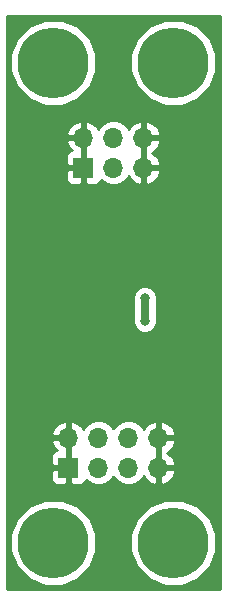
<source format=gbr>
G04 #@! TF.GenerationSoftware,KiCad,Pcbnew,(6.0.0-rc1-dev-205-gc0615c5ef)*
G04 #@! TF.CreationDate,2019-09-06T08:42:28+02:00*
G04 #@! TF.ProjectId,LT3483,4C54333438332E6B696361645F706362,v01*
G04 #@! TF.SameCoordinates,Original*
G04 #@! TF.FileFunction,Copper,L2,Bot,Signal*
G04 #@! TF.FilePolarity,Positive*
%FSLAX46Y46*%
G04 Gerber Fmt 4.6, Leading zero omitted, Abs format (unit mm)*
G04 Created by KiCad (PCBNEW (6.0.0-rc1-dev-205-gc0615c5ef)) date 09/06/19 08:42:28*
%MOMM*%
%LPD*%
G01*
G04 APERTURE LIST*
G04 #@! TA.AperFunction,ComponentPad*
%ADD10C,6.000000*%
G04 #@! TD*
G04 #@! TA.AperFunction,ComponentPad*
%ADD11R,1.700000X1.700000*%
G04 #@! TD*
G04 #@! TA.AperFunction,ComponentPad*
%ADD12O,1.700000X1.700000*%
G04 #@! TD*
G04 #@! TA.AperFunction,ViaPad*
%ADD13C,0.800000*%
G04 #@! TD*
G04 #@! TA.AperFunction,Conductor*
%ADD14C,0.700000*%
G04 #@! TD*
G04 #@! TA.AperFunction,Conductor*
%ADD15C,0.254000*%
G04 #@! TD*
G04 APERTURE END LIST*
D10*
G04 #@! TO.P,MH1,1*
G04 #@! TO.N,N/C*
X172720000Y-132080000D03*
G04 #@! TD*
G04 #@! TO.P,MH2,1*
G04 #@! TO.N,N/C*
X182880000Y-132080000D03*
G04 #@! TD*
G04 #@! TO.P,MH3,1*
G04 #@! TO.N,N/C*
X182880000Y-91440000D03*
G04 #@! TD*
G04 #@! TO.P,MH4,1*
G04 #@! TO.N,N/C*
X172720000Y-91440000D03*
G04 #@! TD*
D11*
G04 #@! TO.P,J1,1*
G04 #@! TO.N,GND*
X175260000Y-100330000D03*
D12*
G04 #@! TO.P,J1,2*
X175260000Y-97790000D03*
G04 #@! TO.P,J1,3*
G04 #@! TO.N,Net-(C1-Pad2)*
X177800000Y-100330000D03*
G04 #@! TO.P,J1,4*
X177800000Y-97790000D03*
G04 #@! TO.P,J1,5*
G04 #@! TO.N,GND*
X180340000Y-100330000D03*
G04 #@! TO.P,J1,6*
X180340000Y-97790000D03*
G04 #@! TD*
D11*
G04 #@! TO.P,J2,1*
G04 #@! TO.N,GND*
X173990000Y-125730000D03*
D12*
G04 #@! TO.P,J2,2*
X173990000Y-123190000D03*
G04 #@! TO.P,J2,3*
G04 #@! TO.N,Net-(C7-Pad1)*
X176530000Y-125730000D03*
G04 #@! TO.P,J2,4*
X176530000Y-123190000D03*
G04 #@! TO.P,J2,5*
X179070000Y-125730000D03*
G04 #@! TO.P,J2,6*
X179070000Y-123190000D03*
G04 #@! TO.P,J2,7*
G04 #@! TO.N,GND*
X181610000Y-125730000D03*
G04 #@! TO.P,J2,8*
X181610000Y-123190000D03*
G04 #@! TD*
D13*
G04 #@! TO.N,GND*
X173736000Y-105410000D03*
X175514000Y-103378000D03*
X182880000Y-105410000D03*
X181102000Y-103378000D03*
X182372000Y-100330000D03*
X182372000Y-97790000D03*
X173228000Y-97790000D03*
X175260000Y-95758000D03*
X180340000Y-95758000D03*
X173228000Y-100330000D03*
X183642000Y-123190000D03*
X183642000Y-125730000D03*
X181610000Y-127762000D03*
X173990000Y-127762000D03*
X171958000Y-125730000D03*
X171958000Y-123190000D03*
X171528500Y-115316000D03*
X169926000Y-117094000D03*
X169926000Y-119126000D03*
X171450000Y-120904000D03*
X181864000Y-121158000D03*
X183388000Y-119380000D03*
X183388000Y-117348000D03*
G04 #@! TO.N,Net-(C1-Pad2)*
X180467000Y-111379000D03*
X180464500Y-113281500D03*
G04 #@! TD*
D14*
G04 #@! TO.N,Net-(C1-Pad2)*
X180467000Y-113279000D02*
X180464500Y-113281500D01*
X180467000Y-111379000D02*
X180467000Y-113279000D01*
G04 #@! TD*
D15*
G04 #@! TO.N,GND*
G36*
X186817000Y-136017000D02*
X168783000Y-136017000D01*
X168783000Y-131356954D01*
X169085000Y-131356954D01*
X169085000Y-132803046D01*
X169638396Y-134139062D01*
X170660938Y-135161604D01*
X171996954Y-135715000D01*
X173443046Y-135715000D01*
X174779062Y-135161604D01*
X175801604Y-134139062D01*
X176355000Y-132803046D01*
X176355000Y-131356954D01*
X179245000Y-131356954D01*
X179245000Y-132803046D01*
X179798396Y-134139062D01*
X180820938Y-135161604D01*
X182156954Y-135715000D01*
X183603046Y-135715000D01*
X184939062Y-135161604D01*
X185961604Y-134139062D01*
X186515000Y-132803046D01*
X186515000Y-131356954D01*
X185961604Y-130020938D01*
X184939062Y-128998396D01*
X183603046Y-128445000D01*
X182156954Y-128445000D01*
X180820938Y-128998396D01*
X179798396Y-130020938D01*
X179245000Y-131356954D01*
X176355000Y-131356954D01*
X175801604Y-130020938D01*
X174779062Y-128998396D01*
X173443046Y-128445000D01*
X171996954Y-128445000D01*
X170660938Y-128998396D01*
X169638396Y-130020938D01*
X169085000Y-131356954D01*
X168783000Y-131356954D01*
X168783000Y-126015750D01*
X172505000Y-126015750D01*
X172505000Y-126706309D01*
X172601673Y-126939698D01*
X172780301Y-127118327D01*
X173013690Y-127215000D01*
X173704250Y-127215000D01*
X173863000Y-127056250D01*
X173863000Y-125857000D01*
X172663750Y-125857000D01*
X172505000Y-126015750D01*
X168783000Y-126015750D01*
X168783000Y-124753691D01*
X172505000Y-124753691D01*
X172505000Y-125444250D01*
X172663750Y-125603000D01*
X173863000Y-125603000D01*
X173863000Y-123317000D01*
X172669181Y-123317000D01*
X172548514Y-123546892D01*
X172794817Y-124071358D01*
X172994208Y-124253070D01*
X172780301Y-124341673D01*
X172601673Y-124520302D01*
X172505000Y-124753691D01*
X168783000Y-124753691D01*
X168783000Y-122833108D01*
X172548514Y-122833108D01*
X172669181Y-123063000D01*
X173863000Y-123063000D01*
X173863000Y-121869845D01*
X174117000Y-121869845D01*
X174117000Y-123063000D01*
X174137000Y-123063000D01*
X174137000Y-123317000D01*
X174117000Y-123317000D01*
X174117000Y-125603000D01*
X174137000Y-125603000D01*
X174137000Y-125857000D01*
X174117000Y-125857000D01*
X174117000Y-127056250D01*
X174275750Y-127215000D01*
X174966310Y-127215000D01*
X175199699Y-127118327D01*
X175378327Y-126939698D01*
X175444904Y-126778967D01*
X175459375Y-126800625D01*
X175950582Y-127128839D01*
X176383744Y-127215000D01*
X176676256Y-127215000D01*
X177109418Y-127128839D01*
X177600625Y-126800625D01*
X177800000Y-126502239D01*
X177999375Y-126800625D01*
X178490582Y-127128839D01*
X178923744Y-127215000D01*
X179216256Y-127215000D01*
X179649418Y-127128839D01*
X180140625Y-126800625D01*
X180353843Y-126481522D01*
X180414817Y-126611358D01*
X180843076Y-127001645D01*
X181253110Y-127171476D01*
X181483000Y-127050155D01*
X181483000Y-125857000D01*
X181737000Y-125857000D01*
X181737000Y-127050155D01*
X181966890Y-127171476D01*
X182376924Y-127001645D01*
X182805183Y-126611358D01*
X183051486Y-126086892D01*
X182930819Y-125857000D01*
X181737000Y-125857000D01*
X181483000Y-125857000D01*
X181463000Y-125857000D01*
X181463000Y-125603000D01*
X181483000Y-125603000D01*
X181483000Y-123317000D01*
X181737000Y-123317000D01*
X181737000Y-125603000D01*
X182930819Y-125603000D01*
X183051486Y-125373108D01*
X182805183Y-124848642D01*
X182378729Y-124460000D01*
X182805183Y-124071358D01*
X183051486Y-123546892D01*
X182930819Y-123317000D01*
X181737000Y-123317000D01*
X181483000Y-123317000D01*
X181463000Y-123317000D01*
X181463000Y-123063000D01*
X181483000Y-123063000D01*
X181483000Y-121869845D01*
X181737000Y-121869845D01*
X181737000Y-123063000D01*
X182930819Y-123063000D01*
X183051486Y-122833108D01*
X182805183Y-122308642D01*
X182376924Y-121918355D01*
X181966890Y-121748524D01*
X181737000Y-121869845D01*
X181483000Y-121869845D01*
X181253110Y-121748524D01*
X180843076Y-121918355D01*
X180414817Y-122308642D01*
X180353843Y-122438478D01*
X180140625Y-122119375D01*
X179649418Y-121791161D01*
X179216256Y-121705000D01*
X178923744Y-121705000D01*
X178490582Y-121791161D01*
X177999375Y-122119375D01*
X177800000Y-122417761D01*
X177600625Y-122119375D01*
X177109418Y-121791161D01*
X176676256Y-121705000D01*
X176383744Y-121705000D01*
X175950582Y-121791161D01*
X175459375Y-122119375D01*
X175246157Y-122438478D01*
X175185183Y-122308642D01*
X174756924Y-121918355D01*
X174346890Y-121748524D01*
X174117000Y-121869845D01*
X173863000Y-121869845D01*
X173633110Y-121748524D01*
X173223076Y-121918355D01*
X172794817Y-122308642D01*
X172548514Y-122833108D01*
X168783000Y-122833108D01*
X168783000Y-113075626D01*
X179429500Y-113075626D01*
X179429500Y-113487374D01*
X179587069Y-113867780D01*
X179878220Y-114158931D01*
X180258626Y-114316500D01*
X180670374Y-114316500D01*
X181050780Y-114158931D01*
X181341931Y-113867780D01*
X181499500Y-113487374D01*
X181499500Y-113075626D01*
X181452000Y-112960951D01*
X181452000Y-111705585D01*
X181502000Y-111584874D01*
X181502000Y-111173126D01*
X181344431Y-110792720D01*
X181053280Y-110501569D01*
X180672874Y-110344000D01*
X180261126Y-110344000D01*
X179880720Y-110501569D01*
X179589569Y-110792720D01*
X179432000Y-111173126D01*
X179432000Y-111584874D01*
X179482000Y-111705585D01*
X179482001Y-112948878D01*
X179429500Y-113075626D01*
X168783000Y-113075626D01*
X168783000Y-100615750D01*
X173775000Y-100615750D01*
X173775000Y-101306309D01*
X173871673Y-101539698D01*
X174050301Y-101718327D01*
X174283690Y-101815000D01*
X174974250Y-101815000D01*
X175133000Y-101656250D01*
X175133000Y-100457000D01*
X173933750Y-100457000D01*
X173775000Y-100615750D01*
X168783000Y-100615750D01*
X168783000Y-99353691D01*
X173775000Y-99353691D01*
X173775000Y-100044250D01*
X173933750Y-100203000D01*
X175133000Y-100203000D01*
X175133000Y-97917000D01*
X173939181Y-97917000D01*
X173818514Y-98146892D01*
X174064817Y-98671358D01*
X174264208Y-98853070D01*
X174050301Y-98941673D01*
X173871673Y-99120302D01*
X173775000Y-99353691D01*
X168783000Y-99353691D01*
X168783000Y-97433108D01*
X173818514Y-97433108D01*
X173939181Y-97663000D01*
X175133000Y-97663000D01*
X175133000Y-96469845D01*
X175387000Y-96469845D01*
X175387000Y-97663000D01*
X175407000Y-97663000D01*
X175407000Y-97917000D01*
X175387000Y-97917000D01*
X175387000Y-100203000D01*
X175407000Y-100203000D01*
X175407000Y-100457000D01*
X175387000Y-100457000D01*
X175387000Y-101656250D01*
X175545750Y-101815000D01*
X176236310Y-101815000D01*
X176469699Y-101718327D01*
X176648327Y-101539698D01*
X176714904Y-101378967D01*
X176729375Y-101400625D01*
X177220582Y-101728839D01*
X177653744Y-101815000D01*
X177946256Y-101815000D01*
X178379418Y-101728839D01*
X178870625Y-101400625D01*
X179083843Y-101081522D01*
X179144817Y-101211358D01*
X179573076Y-101601645D01*
X179983110Y-101771476D01*
X180213000Y-101650155D01*
X180213000Y-100457000D01*
X180467000Y-100457000D01*
X180467000Y-101650155D01*
X180696890Y-101771476D01*
X181106924Y-101601645D01*
X181535183Y-101211358D01*
X181781486Y-100686892D01*
X181660819Y-100457000D01*
X180467000Y-100457000D01*
X180213000Y-100457000D01*
X180193000Y-100457000D01*
X180193000Y-100203000D01*
X180213000Y-100203000D01*
X180213000Y-97917000D01*
X180467000Y-97917000D01*
X180467000Y-100203000D01*
X181660819Y-100203000D01*
X181781486Y-99973108D01*
X181535183Y-99448642D01*
X181108729Y-99060000D01*
X181535183Y-98671358D01*
X181781486Y-98146892D01*
X181660819Y-97917000D01*
X180467000Y-97917000D01*
X180213000Y-97917000D01*
X180193000Y-97917000D01*
X180193000Y-97663000D01*
X180213000Y-97663000D01*
X180213000Y-96469845D01*
X180467000Y-96469845D01*
X180467000Y-97663000D01*
X181660819Y-97663000D01*
X181781486Y-97433108D01*
X181535183Y-96908642D01*
X181106924Y-96518355D01*
X180696890Y-96348524D01*
X180467000Y-96469845D01*
X180213000Y-96469845D01*
X179983110Y-96348524D01*
X179573076Y-96518355D01*
X179144817Y-96908642D01*
X179083843Y-97038478D01*
X178870625Y-96719375D01*
X178379418Y-96391161D01*
X177946256Y-96305000D01*
X177653744Y-96305000D01*
X177220582Y-96391161D01*
X176729375Y-96719375D01*
X176516157Y-97038478D01*
X176455183Y-96908642D01*
X176026924Y-96518355D01*
X175616890Y-96348524D01*
X175387000Y-96469845D01*
X175133000Y-96469845D01*
X174903110Y-96348524D01*
X174493076Y-96518355D01*
X174064817Y-96908642D01*
X173818514Y-97433108D01*
X168783000Y-97433108D01*
X168783000Y-90716954D01*
X169085000Y-90716954D01*
X169085000Y-92163046D01*
X169638396Y-93499062D01*
X170660938Y-94521604D01*
X171996954Y-95075000D01*
X173443046Y-95075000D01*
X174779062Y-94521604D01*
X175801604Y-93499062D01*
X176355000Y-92163046D01*
X176355000Y-90716954D01*
X179245000Y-90716954D01*
X179245000Y-92163046D01*
X179798396Y-93499062D01*
X180820938Y-94521604D01*
X182156954Y-95075000D01*
X183603046Y-95075000D01*
X184939062Y-94521604D01*
X185961604Y-93499062D01*
X186515000Y-92163046D01*
X186515000Y-90716954D01*
X185961604Y-89380938D01*
X184939062Y-88358396D01*
X183603046Y-87805000D01*
X182156954Y-87805000D01*
X180820938Y-88358396D01*
X179798396Y-89380938D01*
X179245000Y-90716954D01*
X176355000Y-90716954D01*
X175801604Y-89380938D01*
X174779062Y-88358396D01*
X173443046Y-87805000D01*
X171996954Y-87805000D01*
X170660938Y-88358396D01*
X169638396Y-89380938D01*
X169085000Y-90716954D01*
X168783000Y-90716954D01*
X168783000Y-87503000D01*
X186817000Y-87503000D01*
X186817000Y-136017000D01*
X186817000Y-136017000D01*
G37*
X186817000Y-136017000D02*
X168783000Y-136017000D01*
X168783000Y-131356954D01*
X169085000Y-131356954D01*
X169085000Y-132803046D01*
X169638396Y-134139062D01*
X170660938Y-135161604D01*
X171996954Y-135715000D01*
X173443046Y-135715000D01*
X174779062Y-135161604D01*
X175801604Y-134139062D01*
X176355000Y-132803046D01*
X176355000Y-131356954D01*
X179245000Y-131356954D01*
X179245000Y-132803046D01*
X179798396Y-134139062D01*
X180820938Y-135161604D01*
X182156954Y-135715000D01*
X183603046Y-135715000D01*
X184939062Y-135161604D01*
X185961604Y-134139062D01*
X186515000Y-132803046D01*
X186515000Y-131356954D01*
X185961604Y-130020938D01*
X184939062Y-128998396D01*
X183603046Y-128445000D01*
X182156954Y-128445000D01*
X180820938Y-128998396D01*
X179798396Y-130020938D01*
X179245000Y-131356954D01*
X176355000Y-131356954D01*
X175801604Y-130020938D01*
X174779062Y-128998396D01*
X173443046Y-128445000D01*
X171996954Y-128445000D01*
X170660938Y-128998396D01*
X169638396Y-130020938D01*
X169085000Y-131356954D01*
X168783000Y-131356954D01*
X168783000Y-126015750D01*
X172505000Y-126015750D01*
X172505000Y-126706309D01*
X172601673Y-126939698D01*
X172780301Y-127118327D01*
X173013690Y-127215000D01*
X173704250Y-127215000D01*
X173863000Y-127056250D01*
X173863000Y-125857000D01*
X172663750Y-125857000D01*
X172505000Y-126015750D01*
X168783000Y-126015750D01*
X168783000Y-124753691D01*
X172505000Y-124753691D01*
X172505000Y-125444250D01*
X172663750Y-125603000D01*
X173863000Y-125603000D01*
X173863000Y-123317000D01*
X172669181Y-123317000D01*
X172548514Y-123546892D01*
X172794817Y-124071358D01*
X172994208Y-124253070D01*
X172780301Y-124341673D01*
X172601673Y-124520302D01*
X172505000Y-124753691D01*
X168783000Y-124753691D01*
X168783000Y-122833108D01*
X172548514Y-122833108D01*
X172669181Y-123063000D01*
X173863000Y-123063000D01*
X173863000Y-121869845D01*
X174117000Y-121869845D01*
X174117000Y-123063000D01*
X174137000Y-123063000D01*
X174137000Y-123317000D01*
X174117000Y-123317000D01*
X174117000Y-125603000D01*
X174137000Y-125603000D01*
X174137000Y-125857000D01*
X174117000Y-125857000D01*
X174117000Y-127056250D01*
X174275750Y-127215000D01*
X174966310Y-127215000D01*
X175199699Y-127118327D01*
X175378327Y-126939698D01*
X175444904Y-126778967D01*
X175459375Y-126800625D01*
X175950582Y-127128839D01*
X176383744Y-127215000D01*
X176676256Y-127215000D01*
X177109418Y-127128839D01*
X177600625Y-126800625D01*
X177800000Y-126502239D01*
X177999375Y-126800625D01*
X178490582Y-127128839D01*
X178923744Y-127215000D01*
X179216256Y-127215000D01*
X179649418Y-127128839D01*
X180140625Y-126800625D01*
X180353843Y-126481522D01*
X180414817Y-126611358D01*
X180843076Y-127001645D01*
X181253110Y-127171476D01*
X181483000Y-127050155D01*
X181483000Y-125857000D01*
X181737000Y-125857000D01*
X181737000Y-127050155D01*
X181966890Y-127171476D01*
X182376924Y-127001645D01*
X182805183Y-126611358D01*
X183051486Y-126086892D01*
X182930819Y-125857000D01*
X181737000Y-125857000D01*
X181483000Y-125857000D01*
X181463000Y-125857000D01*
X181463000Y-125603000D01*
X181483000Y-125603000D01*
X181483000Y-123317000D01*
X181737000Y-123317000D01*
X181737000Y-125603000D01*
X182930819Y-125603000D01*
X183051486Y-125373108D01*
X182805183Y-124848642D01*
X182378729Y-124460000D01*
X182805183Y-124071358D01*
X183051486Y-123546892D01*
X182930819Y-123317000D01*
X181737000Y-123317000D01*
X181483000Y-123317000D01*
X181463000Y-123317000D01*
X181463000Y-123063000D01*
X181483000Y-123063000D01*
X181483000Y-121869845D01*
X181737000Y-121869845D01*
X181737000Y-123063000D01*
X182930819Y-123063000D01*
X183051486Y-122833108D01*
X182805183Y-122308642D01*
X182376924Y-121918355D01*
X181966890Y-121748524D01*
X181737000Y-121869845D01*
X181483000Y-121869845D01*
X181253110Y-121748524D01*
X180843076Y-121918355D01*
X180414817Y-122308642D01*
X180353843Y-122438478D01*
X180140625Y-122119375D01*
X179649418Y-121791161D01*
X179216256Y-121705000D01*
X178923744Y-121705000D01*
X178490582Y-121791161D01*
X177999375Y-122119375D01*
X177800000Y-122417761D01*
X177600625Y-122119375D01*
X177109418Y-121791161D01*
X176676256Y-121705000D01*
X176383744Y-121705000D01*
X175950582Y-121791161D01*
X175459375Y-122119375D01*
X175246157Y-122438478D01*
X175185183Y-122308642D01*
X174756924Y-121918355D01*
X174346890Y-121748524D01*
X174117000Y-121869845D01*
X173863000Y-121869845D01*
X173633110Y-121748524D01*
X173223076Y-121918355D01*
X172794817Y-122308642D01*
X172548514Y-122833108D01*
X168783000Y-122833108D01*
X168783000Y-113075626D01*
X179429500Y-113075626D01*
X179429500Y-113487374D01*
X179587069Y-113867780D01*
X179878220Y-114158931D01*
X180258626Y-114316500D01*
X180670374Y-114316500D01*
X181050780Y-114158931D01*
X181341931Y-113867780D01*
X181499500Y-113487374D01*
X181499500Y-113075626D01*
X181452000Y-112960951D01*
X181452000Y-111705585D01*
X181502000Y-111584874D01*
X181502000Y-111173126D01*
X181344431Y-110792720D01*
X181053280Y-110501569D01*
X180672874Y-110344000D01*
X180261126Y-110344000D01*
X179880720Y-110501569D01*
X179589569Y-110792720D01*
X179432000Y-111173126D01*
X179432000Y-111584874D01*
X179482000Y-111705585D01*
X179482001Y-112948878D01*
X179429500Y-113075626D01*
X168783000Y-113075626D01*
X168783000Y-100615750D01*
X173775000Y-100615750D01*
X173775000Y-101306309D01*
X173871673Y-101539698D01*
X174050301Y-101718327D01*
X174283690Y-101815000D01*
X174974250Y-101815000D01*
X175133000Y-101656250D01*
X175133000Y-100457000D01*
X173933750Y-100457000D01*
X173775000Y-100615750D01*
X168783000Y-100615750D01*
X168783000Y-99353691D01*
X173775000Y-99353691D01*
X173775000Y-100044250D01*
X173933750Y-100203000D01*
X175133000Y-100203000D01*
X175133000Y-97917000D01*
X173939181Y-97917000D01*
X173818514Y-98146892D01*
X174064817Y-98671358D01*
X174264208Y-98853070D01*
X174050301Y-98941673D01*
X173871673Y-99120302D01*
X173775000Y-99353691D01*
X168783000Y-99353691D01*
X168783000Y-97433108D01*
X173818514Y-97433108D01*
X173939181Y-97663000D01*
X175133000Y-97663000D01*
X175133000Y-96469845D01*
X175387000Y-96469845D01*
X175387000Y-97663000D01*
X175407000Y-97663000D01*
X175407000Y-97917000D01*
X175387000Y-97917000D01*
X175387000Y-100203000D01*
X175407000Y-100203000D01*
X175407000Y-100457000D01*
X175387000Y-100457000D01*
X175387000Y-101656250D01*
X175545750Y-101815000D01*
X176236310Y-101815000D01*
X176469699Y-101718327D01*
X176648327Y-101539698D01*
X176714904Y-101378967D01*
X176729375Y-101400625D01*
X177220582Y-101728839D01*
X177653744Y-101815000D01*
X177946256Y-101815000D01*
X178379418Y-101728839D01*
X178870625Y-101400625D01*
X179083843Y-101081522D01*
X179144817Y-101211358D01*
X179573076Y-101601645D01*
X179983110Y-101771476D01*
X180213000Y-101650155D01*
X180213000Y-100457000D01*
X180467000Y-100457000D01*
X180467000Y-101650155D01*
X180696890Y-101771476D01*
X181106924Y-101601645D01*
X181535183Y-101211358D01*
X181781486Y-100686892D01*
X181660819Y-100457000D01*
X180467000Y-100457000D01*
X180213000Y-100457000D01*
X180193000Y-100457000D01*
X180193000Y-100203000D01*
X180213000Y-100203000D01*
X180213000Y-97917000D01*
X180467000Y-97917000D01*
X180467000Y-100203000D01*
X181660819Y-100203000D01*
X181781486Y-99973108D01*
X181535183Y-99448642D01*
X181108729Y-99060000D01*
X181535183Y-98671358D01*
X181781486Y-98146892D01*
X181660819Y-97917000D01*
X180467000Y-97917000D01*
X180213000Y-97917000D01*
X180193000Y-97917000D01*
X180193000Y-97663000D01*
X180213000Y-97663000D01*
X180213000Y-96469845D01*
X180467000Y-96469845D01*
X180467000Y-97663000D01*
X181660819Y-97663000D01*
X181781486Y-97433108D01*
X181535183Y-96908642D01*
X181106924Y-96518355D01*
X180696890Y-96348524D01*
X180467000Y-96469845D01*
X180213000Y-96469845D01*
X179983110Y-96348524D01*
X179573076Y-96518355D01*
X179144817Y-96908642D01*
X179083843Y-97038478D01*
X178870625Y-96719375D01*
X178379418Y-96391161D01*
X177946256Y-96305000D01*
X177653744Y-96305000D01*
X177220582Y-96391161D01*
X176729375Y-96719375D01*
X176516157Y-97038478D01*
X176455183Y-96908642D01*
X176026924Y-96518355D01*
X175616890Y-96348524D01*
X175387000Y-96469845D01*
X175133000Y-96469845D01*
X174903110Y-96348524D01*
X174493076Y-96518355D01*
X174064817Y-96908642D01*
X173818514Y-97433108D01*
X168783000Y-97433108D01*
X168783000Y-90716954D01*
X169085000Y-90716954D01*
X169085000Y-92163046D01*
X169638396Y-93499062D01*
X170660938Y-94521604D01*
X171996954Y-95075000D01*
X173443046Y-95075000D01*
X174779062Y-94521604D01*
X175801604Y-93499062D01*
X176355000Y-92163046D01*
X176355000Y-90716954D01*
X179245000Y-90716954D01*
X179245000Y-92163046D01*
X179798396Y-93499062D01*
X180820938Y-94521604D01*
X182156954Y-95075000D01*
X183603046Y-95075000D01*
X184939062Y-94521604D01*
X185961604Y-93499062D01*
X186515000Y-92163046D01*
X186515000Y-90716954D01*
X185961604Y-89380938D01*
X184939062Y-88358396D01*
X183603046Y-87805000D01*
X182156954Y-87805000D01*
X180820938Y-88358396D01*
X179798396Y-89380938D01*
X179245000Y-90716954D01*
X176355000Y-90716954D01*
X175801604Y-89380938D01*
X174779062Y-88358396D01*
X173443046Y-87805000D01*
X171996954Y-87805000D01*
X170660938Y-88358396D01*
X169638396Y-89380938D01*
X169085000Y-90716954D01*
X168783000Y-90716954D01*
X168783000Y-87503000D01*
X186817000Y-87503000D01*
X186817000Y-136017000D01*
G04 #@! TD*
M02*

</source>
